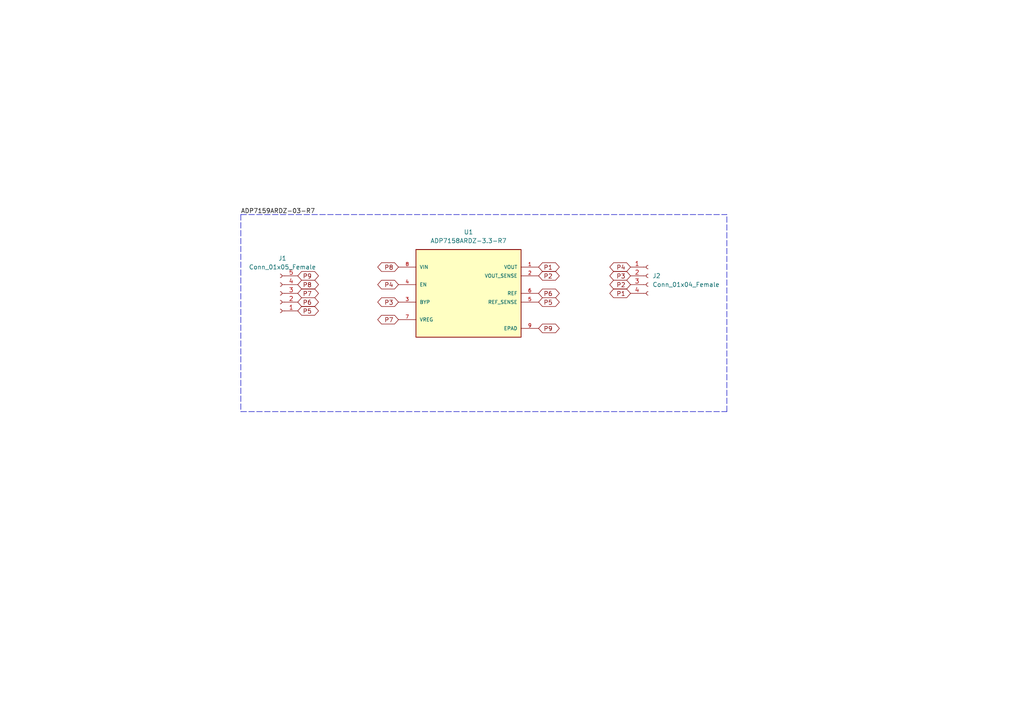
<source format=kicad_sch>
(kicad_sch (version 20211123) (generator eeschema)
  (paper "A4")
  (lib_symbols
    (symbol "ADP7158ARDZ-3.3-R7:ADP7158ARDZ-3.3-R7" (pin_names (offset 1.016))
      (property "Reference" "U" (at -15.24 13.335 0))
      (property "Value" "ADP7158ARDZ-3.3-R7" (at -15.24 -15.24 0))
      (symbol "ADP7158ARDZ-3.3-R7_0_0"
        (rectangle (start -15.24 -12.7) (end 15.24 12.7) (stroke (width 0.254)) (fill (type background)))
        (pin output line (at 20.32 7.62 180) (length 5.08) (name "VOUT") (number "1"))
        (pin output line (at 20.32 5.08 180) (length 5.08) (name "VOUT_SENSE") (number "2"))
        (pin passive line (at -20.32 -2.54 0) (length 5.08) (name "BYP") (number "3"))
        (pin input line (at -20.32 2.54 0) (length 5.08) (name "EN") (number "4"))
        (pin input line (at 20.32 -2.54 180) (length 5.08) (name "REF_SENSE") (number "5"))
        (pin output line (at 20.32 0 180) (length 5.08) (name "REF") (number "6"))
        (pin passive line (at -20.32 -7.62 0) (length 5.08) (name "VREG") (number "7"))
        (pin input line (at -20.32 7.62 0) (length 5.08) (name "VIN") (number "8"))
        (pin power_in line (at 20.32 -10.16 180) (length 5.08) (name "EPAD") (number "9"))
      )
    )
    (symbol "Connector:Conn_01x04_Female" (pin_names (offset 1.016) hide)
      (property "Reference" "J" (at 0 5.08 0))
      (property "Value" "Conn_01x04_Female" (at 0 -7.62 0))
      (symbol "Conn_01x04_Female_1_1"
        (arc (start 0 -4.572) (mid -0.508 -5.08) (end 0 -5.588) (stroke (width 0.1524)))
        (arc (start 0 -2.032) (mid -0.508 -2.54) (end 0 -3.048) (stroke (width 0.1524)))
        (polyline (pts (xy -1.27 -5.08) (xy -0.508 -5.08)) (stroke (width 0.1524)))
        (polyline (pts (xy -1.27 -2.54) (xy -0.508 -2.54)) (stroke (width 0.1524)))
        (polyline (pts (xy -1.27 0) (xy -0.508 0)) (stroke (width 0.1524)))
        (polyline (pts (xy -1.27 2.54) (xy -0.508 2.54)) (stroke (width 0.1524)))
        (arc (start 0 0.508) (mid -0.508 0) (end 0 -0.508) (stroke (width 0.1524)))
        (arc (start 0 3.048) (mid -0.508 2.54) (end 0 2.032) (stroke (width 0.1524)))
        (pin passive line (at -5.08 2.54 0) (length 3.81) (name "Pin_1") (number "1"))
        (pin passive line (at -5.08 0 0) (length 3.81) (name "Pin_2") (number "2"))
        (pin passive line (at -5.08 -2.54 0) (length 3.81) (name "Pin_3") (number "3"))
        (pin passive line (at -5.08 -5.08 0) (length 3.81) (name "Pin_4") (number "4"))
      )
    )
    (symbol "Connector:Conn_01x05_Female" (pin_names (offset 1.016) hide)
      (property "Reference" "J" (at 0 7.62 0))
      (property "Value" "Conn_01x05_Female" (at 0 -7.62 0))
      (symbol "Conn_01x05_Female_1_1"
        (arc (start 0 -4.572) (mid -0.508 -5.08) (end 0 -5.588) (stroke (width 0.1524)))
        (arc (start 0 -2.032) (mid -0.508 -2.54) (end 0 -3.048) (stroke (width 0.1524)))
        (polyline (pts (xy -1.27 -5.08) (xy -0.508 -5.08)) (stroke (width 0.1524)))
        (polyline (pts (xy -1.27 -2.54) (xy -0.508 -2.54)) (stroke (width 0.1524)))
        (polyline (pts (xy -1.27 0) (xy -0.508 0)) (stroke (width 0.1524)))
        (polyline (pts (xy -1.27 2.54) (xy -0.508 2.54)) (stroke (width 0.1524)))
        (polyline (pts (xy -1.27 5.08) (xy -0.508 5.08)) (stroke (width 0.1524)))
        (arc (start 0 0.508) (mid -0.508 0) (end 0 -0.508) (stroke (width 0.1524)))
        (arc (start 0 3.048) (mid -0.508 2.54) (end 0 2.032) (stroke (width 0.1524)))
        (arc (start 0 5.588) (mid -0.508 5.08) (end 0 4.572) (stroke (width 0.1524)))
        (pin passive line (at -5.08 5.08 0) (length 3.81) (name "Pin_1") (number "1"))
        (pin passive line (at -5.08 2.54 0) (length 3.81) (name "Pin_2") (number "2"))
        (pin passive line (at -5.08 0 0) (length 3.81) (name "Pin_3") (number "3"))
        (pin passive line (at -5.08 -2.54 0) (length 3.81) (name "Pin_4") (number "4"))
        (pin passive line (at -5.08 -5.08 0) (length 3.81) (name "Pin_5") (number "5"))
      )
    )
  )
  (polyline (pts (xy 69.85 62.23) (xy 69.85 119.38)))
  (polyline (pts (xy 210.82 119.38) (xy 210.82 62.23)))
  (polyline (pts (xy 69.85 62.23) (xy 210.82 62.23)))
  (polyline (pts (xy 69.85 119.38) (xy 210.82 119.38)))
  (label "ADP7159ARDZ-03-R7" (at 69.85 62.23 0))
  (global_label "P3" (shape bidirectional) (at 115.57 87.63 180) (property "Intersheet References" "${INTERSHEET_REFS}" (effects hide)))
  (global_label "P9" (shape bidirectional) (at 86.36 80.01 0) (property "Intersheet References" "${INTERSHEET_REFS}" (effects hide)))
  (global_label "P7" (shape bidirectional) (at 115.57 92.71 180) (property "Intersheet References" "${INTERSHEET_REFS}" (effects hide)))
  (global_label "P8" (shape bidirectional) (at 115.57 77.47 180) (property "Intersheet References" "${INTERSHEET_REFS}" (effects hide)))
  (global_label "P5" (shape bidirectional) (at 156.21 87.63 0) (property "Intersheet References" "${INTERSHEET_REFS}" (effects hide)))
  (global_label "P3" (shape bidirectional) (at 182.88 80.01 180) (property "Intersheet References" "${INTERSHEET_REFS}" (effects hide)))
  (global_label "P4" (shape bidirectional) (at 182.88 77.47 180) (property "Intersheet References" "${INTERSHEET_REFS}" (effects hide)))
  (global_label "P1" (shape bidirectional) (at 182.88 85.09 180) (property "Intersheet References" "${INTERSHEET_REFS}" (effects hide)))
  (global_label "P6" (shape bidirectional) (at 86.36 87.63 0) (property "Intersheet References" "${INTERSHEET_REFS}" (effects hide)))
  (global_label "P2" (shape bidirectional) (at 182.88 82.55 180) (property "Intersheet References" "${INTERSHEET_REFS}" (effects hide)))
  (global_label "P9" (shape bidirectional) (at 156.21 95.25 0) (property "Intersheet References" "${INTERSHEET_REFS}" (effects hide)))
  (global_label "P1" (shape bidirectional) (at 156.21 77.47 0) (property "Intersheet References" "${INTERSHEET_REFS}" (effects hide)))
  (global_label "P8" (shape bidirectional) (at 86.36 82.55 0) (property "Intersheet References" "${INTERSHEET_REFS}" (effects hide)))
  (global_label "P5" (shape bidirectional) (at 86.36 90.17 0) (property "Intersheet References" "${INTERSHEET_REFS}" (effects hide)))
  (global_label "P2" (shape bidirectional) (at 156.21 80.01 0) (property "Intersheet References" "${INTERSHEET_REFS}" (effects hide)))
  (global_label "P7" (shape bidirectional) (at 86.36 85.09 0) (property "Intersheet References" "${INTERSHEET_REFS}" (effects hide)))
  (global_label "P6" (shape bidirectional) (at 156.21 85.09 0) (property "Intersheet References" "${INTERSHEET_REFS}" (effects hide)))
  (global_label "P4" (shape bidirectional) (at 115.57 82.55 180) (property "Intersheet References" "${INTERSHEET_REFS}" (effects hide)))
  (symbol (lib_id "ADP7158ARDZ-3.3-R7:ADP7158ARDZ-3.3-R7") (at 135.89 85.09 0) (unit 1)
    (property "Reference" "U1" (at 135.89 67.31 0))
    (property "Value" "ADP7158ARDZ-3.3-R7" (at 135.89 69.85 0))
    (property "Footprint" "SOIC127P600X175-9N" (effects hide))
    (property "PARTREV" "C" (effects hide))
    (property "SNAPEDA_PN" "ADP7158ARDZ-3.3-R7" (effects hide))
    (property "MAXIMUM_PACKAGE_HEIGHT" "1.75 mm" (effects hide))
    (property "MANUFACTURER" "ANALOG DEVICES" (effects hide))
    (property "STANDARD" "IPC 7351B" (effects hide))
  )
  (symbol (lib_id "Connector:Conn_01x04_Female") (at 187.96 80.01 0) (unit 1)
    (property "Reference" "J2" (at 189.23 80.0099 0) (effects (justify left)))
    (property "Value" "Conn_01x04_Female" (at 189.23 82.5499 0) (effects (justify left)))
    (property "Footprint" "Connector_PinHeader_2.54mm:PinHeader_1x04_P2.54mm_Vertical" (effects hide))
  )
  (symbol (lib_id "Connector:Conn_01x05_Female") (at 81.28 85.09 180) (unit 1)
    (property "Reference" "J1" (at 81.915 74.93 0))
    (property "Value" "Conn_01x05_Female" (at 81.915 77.47 0))
    (property "Footprint" "Connector_PinHeader_2.54mm:PinHeader_1x05_P2.54mm_Vertical" (effects hide))
  )
)
</source>
